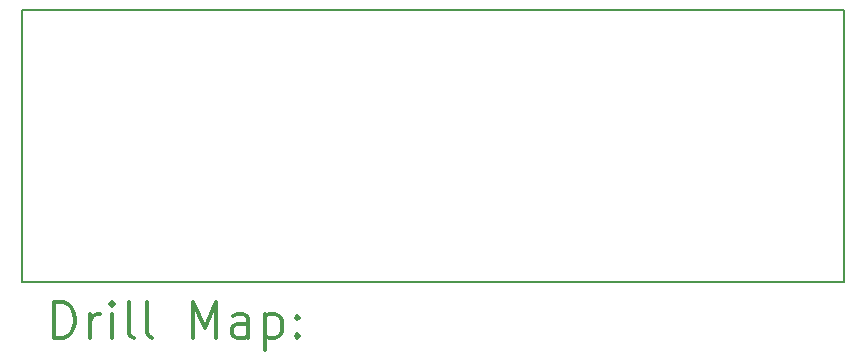
<source format=gbr>
%FSLAX45Y45*%
G04 Gerber Fmt 4.5, Leading zero omitted, Abs format (unit mm)*
G04 Created by KiCad (PCBNEW 5.1.5+dfsg1-2~bpo10+1) date 2020-03-24 15:05:40*
%MOMM*%
%LPD*%
G04 APERTURE LIST*
%TA.AperFunction,Profile*%
%ADD10C,0.200000*%
%TD*%
%ADD11C,0.200000*%
%ADD12C,0.300000*%
G04 APERTURE END LIST*
D10*
X12275000Y-9919000D02*
X19237000Y-9919000D01*
X12275000Y-12220000D02*
X12275000Y-9919000D01*
X19237000Y-9919000D02*
X19237000Y-12220000D01*
X19237000Y-12220000D02*
X12275000Y-12220000D01*
D11*
D12*
X12551428Y-12695714D02*
X12551428Y-12395714D01*
X12622857Y-12395714D01*
X12665714Y-12410000D01*
X12694286Y-12438571D01*
X12708571Y-12467143D01*
X12722857Y-12524286D01*
X12722857Y-12567143D01*
X12708571Y-12624286D01*
X12694286Y-12652857D01*
X12665714Y-12681429D01*
X12622857Y-12695714D01*
X12551428Y-12695714D01*
X12851428Y-12695714D02*
X12851428Y-12495714D01*
X12851428Y-12552857D02*
X12865714Y-12524286D01*
X12880000Y-12510000D01*
X12908571Y-12495714D01*
X12937143Y-12495714D01*
X13037143Y-12695714D02*
X13037143Y-12495714D01*
X13037143Y-12395714D02*
X13022857Y-12410000D01*
X13037143Y-12424286D01*
X13051428Y-12410000D01*
X13037143Y-12395714D01*
X13037143Y-12424286D01*
X13222857Y-12695714D02*
X13194286Y-12681429D01*
X13180000Y-12652857D01*
X13180000Y-12395714D01*
X13380000Y-12695714D02*
X13351428Y-12681429D01*
X13337143Y-12652857D01*
X13337143Y-12395714D01*
X13722857Y-12695714D02*
X13722857Y-12395714D01*
X13822857Y-12610000D01*
X13922857Y-12395714D01*
X13922857Y-12695714D01*
X14194286Y-12695714D02*
X14194286Y-12538571D01*
X14180000Y-12510000D01*
X14151428Y-12495714D01*
X14094286Y-12495714D01*
X14065714Y-12510000D01*
X14194286Y-12681429D02*
X14165714Y-12695714D01*
X14094286Y-12695714D01*
X14065714Y-12681429D01*
X14051428Y-12652857D01*
X14051428Y-12624286D01*
X14065714Y-12595714D01*
X14094286Y-12581429D01*
X14165714Y-12581429D01*
X14194286Y-12567143D01*
X14337143Y-12495714D02*
X14337143Y-12795714D01*
X14337143Y-12510000D02*
X14365714Y-12495714D01*
X14422857Y-12495714D01*
X14451428Y-12510000D01*
X14465714Y-12524286D01*
X14480000Y-12552857D01*
X14480000Y-12638571D01*
X14465714Y-12667143D01*
X14451428Y-12681429D01*
X14422857Y-12695714D01*
X14365714Y-12695714D01*
X14337143Y-12681429D01*
X14608571Y-12667143D02*
X14622857Y-12681429D01*
X14608571Y-12695714D01*
X14594286Y-12681429D01*
X14608571Y-12667143D01*
X14608571Y-12695714D01*
X14608571Y-12510000D02*
X14622857Y-12524286D01*
X14608571Y-12538571D01*
X14594286Y-12524286D01*
X14608571Y-12510000D01*
X14608571Y-12538571D01*
M02*

</source>
